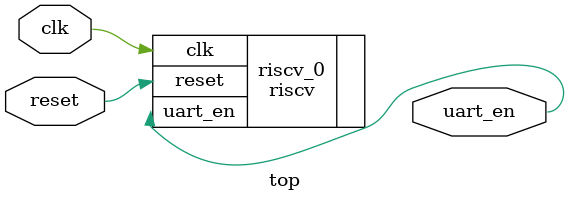
<source format=v>
`timescale 1ns / 1ps


module top(
         clk,
         reset,
         uart_en
    );
    
    input wire clk;                  // clock 
    input wire reset;                // reset
    output wire uart_en;
    
    riscv riscv_0(
        .clk(clk),
        .reset(reset),
        .uart_en(uart_en)
    );
    
endmodule
</source>
